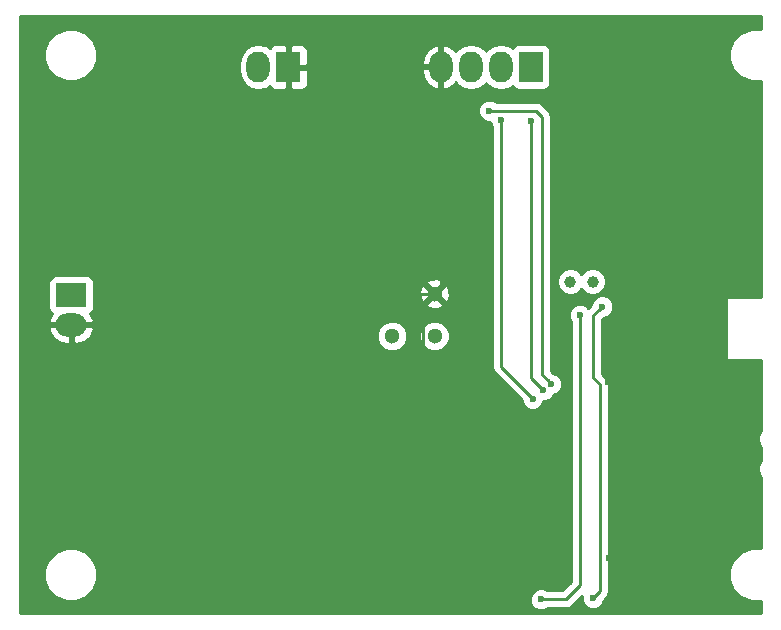
<source format=gbl>
G04 #@! TF.FileFunction,Copper,L2,Bot,Signal*
%FSLAX46Y46*%
G04 Gerber Fmt 4.6, Leading zero omitted, Abs format (unit mm)*
G04 Created by KiCad (PCBNEW 4.0.7) date 12/08/17 15:57:13*
%MOMM*%
%LPD*%
G01*
G04 APERTURE LIST*
%ADD10C,0.100000*%
%ADD11R,2.600000X2.000000*%
%ADD12O,2.600000X2.000000*%
%ADD13R,2.000000X2.600000*%
%ADD14O,2.000000X2.600000*%
%ADD15C,1.300000*%
%ADD16C,1.000000*%
%ADD17C,0.600000*%
%ADD18C,0.250000*%
%ADD19C,0.254000*%
G04 APERTURE END LIST*
D10*
D11*
X134040000Y-90320000D03*
D12*
X134040000Y-92860000D03*
D13*
X172960000Y-71010000D03*
D14*
X170420000Y-71010000D03*
X167880000Y-71010000D03*
X165340000Y-71010000D03*
D13*
X152420000Y-71030000D03*
D14*
X149880000Y-71030000D03*
D15*
X161204000Y-93796000D03*
X164796000Y-90204000D03*
X164796000Y-93796000D03*
D16*
X176290000Y-89190000D03*
X178190000Y-89190000D03*
D17*
X163250000Y-110440000D03*
X188500000Y-89500000D03*
X191200000Y-89800000D03*
X192000000Y-89800000D03*
X192000000Y-89000000D03*
X191200000Y-89000000D03*
X179490000Y-97650000D03*
X180790000Y-97650000D03*
X192290000Y-99290000D03*
X192300000Y-84900000D03*
X191200000Y-85800000D03*
X186500000Y-89500000D03*
X183000000Y-95000000D03*
X186500000Y-95000000D03*
X188500000Y-92000000D03*
X184500000Y-92000000D03*
X183000000Y-89500000D03*
X161600000Y-86500000D03*
X179780000Y-86530000D03*
X180750000Y-86530000D03*
X192290000Y-98360000D03*
X142450000Y-93950000D03*
X168420000Y-106300000D03*
X164100000Y-104190000D03*
X173700000Y-111310000D03*
X179600000Y-112600000D03*
X192300000Y-85800000D03*
X169500000Y-92790000D03*
X179490000Y-96200000D03*
X181000000Y-106300000D03*
X181600000Y-79500000D03*
X185800000Y-79600000D03*
X177100000Y-92000000D03*
X173800000Y-116090000D03*
X179000000Y-91300000D03*
X178200000Y-116000000D03*
X172950000Y-75620000D03*
X174000000Y-98400000D03*
X170420000Y-75530000D03*
X173100000Y-99100000D03*
X169440000Y-74720000D03*
X174680000Y-97850000D03*
D18*
X181000000Y-106300000D02*
X180550000Y-105850000D01*
X180550000Y-105850000D02*
X180550000Y-100770000D01*
X180550000Y-100770000D02*
X181920000Y-99400000D01*
X180790000Y-97650000D02*
X180790000Y-98270000D01*
X190825736Y-99400000D02*
X191865736Y-98360000D01*
X180790000Y-98270000D02*
X181920000Y-99400000D01*
X181920000Y-99400000D02*
X190825736Y-99400000D01*
X191865736Y-98360000D02*
X192290000Y-98360000D01*
X163820999Y-91179001D02*
X163820999Y-103486735D01*
X165320000Y-89680000D02*
X164796000Y-90204000D01*
X179600000Y-112600000D02*
X180290000Y-112600000D01*
X180290000Y-112600000D02*
X181000000Y-111890000D01*
X181000000Y-111890000D02*
X181000000Y-106300000D01*
X164250000Y-110260000D02*
X164250000Y-109340000D01*
X164250000Y-109340000D02*
X165600000Y-107990000D01*
X164070000Y-110440000D02*
X164250000Y-110260000D01*
X163250000Y-110440000D02*
X164070000Y-110440000D01*
X188500000Y-89500000D02*
X189800000Y-89500000D01*
X186500000Y-89500000D02*
X188500000Y-89500000D01*
X191200000Y-89800000D02*
X191200000Y-89000000D01*
X192000000Y-89800000D02*
X191200000Y-89800000D01*
X192000000Y-89000000D02*
X192000000Y-89800000D01*
X191200000Y-89000000D02*
X192000000Y-89000000D01*
X191200000Y-88100000D02*
X191200000Y-89000000D01*
X179490000Y-97650000D02*
X179490000Y-96200000D01*
X180790000Y-97650000D02*
X179490000Y-97650000D01*
X192290000Y-98360000D02*
X192290000Y-99290000D01*
X191800000Y-85290000D02*
X191910000Y-85290000D01*
X191910000Y-85290000D02*
X192300000Y-84900000D01*
X192000001Y-85490001D02*
X191800000Y-85290000D01*
X191800000Y-85290000D02*
X190790000Y-84280000D01*
X191710000Y-85290000D02*
X191800000Y-85290000D01*
X191200000Y-85800000D02*
X191710000Y-85290000D01*
X189800000Y-89500000D02*
X191200000Y-88100000D01*
X191200000Y-88100000D02*
X191200000Y-85800000D01*
X183000000Y-89500000D02*
X186500000Y-89500000D01*
X188500000Y-92000000D02*
X188500000Y-91500000D01*
X188500000Y-91500000D02*
X186500000Y-89500000D01*
X183000000Y-95000000D02*
X183000000Y-93500000D01*
X183000000Y-93500000D02*
X184500000Y-92000000D01*
X186500000Y-95000000D02*
X183000000Y-95000000D01*
X188500000Y-92000000D02*
X188500000Y-93000000D01*
X188500000Y-93000000D02*
X186500000Y-95000000D01*
X184500000Y-92000000D02*
X188500000Y-92000000D01*
X183000000Y-89500000D02*
X183000000Y-90500000D01*
X183000000Y-90500000D02*
X184500000Y-92000000D01*
X180750000Y-86530000D02*
X180750000Y-87250000D01*
X180750000Y-87250000D02*
X183000000Y-89500000D01*
X164796000Y-90204000D02*
X163820999Y-91179001D01*
X163820999Y-103486735D02*
X164100000Y-103765736D01*
X164100000Y-103765736D02*
X164100000Y-104190000D01*
X142450000Y-93950000D02*
X146196000Y-90204000D01*
X146196000Y-90204000D02*
X164796000Y-90204000D01*
X165320000Y-71030000D02*
X165320000Y-89680000D01*
X152420000Y-71030000D02*
X165320000Y-71030000D01*
X164796000Y-90204000D02*
X161600000Y-87008000D01*
X161600000Y-87008000D02*
X161600000Y-86500000D01*
X179780000Y-86530000D02*
X179480001Y-86230001D01*
X179480001Y-86230001D02*
X179480001Y-81619999D01*
X179480001Y-81619999D02*
X181300001Y-79799999D01*
X181300001Y-79799999D02*
X181600000Y-79500000D01*
X179780000Y-86530000D02*
X180750000Y-86530000D01*
X166320000Y-104200000D02*
X168420000Y-106300000D01*
X166320000Y-104190000D02*
X164100000Y-104190000D01*
X135150000Y-95220000D02*
X141530000Y-95220000D01*
X142450000Y-93950000D02*
X142450000Y-94374264D01*
X142450000Y-94374264D02*
X141604264Y-95220000D01*
X141604264Y-95220000D02*
X141530000Y-95220000D01*
X134040000Y-92860000D02*
X134040000Y-94110000D01*
X134040000Y-94110000D02*
X135150000Y-95220000D01*
X165600000Y-107990000D02*
X164100000Y-106490000D01*
X164100000Y-106490000D02*
X164100000Y-104190000D01*
X172520000Y-107990000D02*
X165600000Y-107990000D01*
X172860000Y-108330000D02*
X172520000Y-107990000D01*
X172860000Y-110045736D02*
X172860000Y-108330000D01*
X173700000Y-111310000D02*
X173700000Y-110885736D01*
X173700000Y-110885736D02*
X172860000Y-110045736D01*
X190790000Y-78860000D02*
X186540000Y-78860000D01*
X186540000Y-78860000D02*
X185800000Y-79600000D01*
X190790000Y-84280000D02*
X190790000Y-78860000D01*
X192300000Y-85800000D02*
X192000001Y-85500001D01*
X192000001Y-85500001D02*
X192000001Y-85490001D01*
X173800000Y-116090000D02*
X175910000Y-116090000D01*
X175910000Y-116090000D02*
X177100000Y-114900000D01*
X177100000Y-114900000D02*
X177100000Y-97480000D01*
X177100000Y-97480000D02*
X177100000Y-92025001D01*
X178200000Y-116000000D02*
X178800000Y-115400000D01*
X178800000Y-115400000D02*
X178800000Y-97885004D01*
X178800000Y-97885004D02*
X178250000Y-97335004D01*
X178250000Y-97335004D02*
X178250000Y-92050000D01*
X178250000Y-92050000D02*
X178700001Y-91599999D01*
X178700001Y-91599999D02*
X179000000Y-91300000D01*
X174000000Y-98400000D02*
X172960000Y-97360000D01*
X172950000Y-75660000D02*
X172950000Y-97350000D01*
X172950000Y-97350000D02*
X172960000Y-97360000D01*
X170420000Y-96420000D02*
X170420000Y-75530000D01*
X170500000Y-96500000D02*
X170420000Y-96420000D01*
X173100000Y-99100000D02*
X170500000Y-96500000D01*
X173900000Y-97060000D02*
X173900000Y-75220000D01*
X169440000Y-74720000D02*
X173400000Y-74720000D01*
X173400000Y-74720000D02*
X173900000Y-75220000D01*
X174680000Y-97850000D02*
X174380001Y-97550001D01*
X174380001Y-97550001D02*
X174380001Y-97540001D01*
X174380001Y-97540001D02*
X173900000Y-97060000D01*
D19*
G36*
X192473000Y-67776385D02*
X192446519Y-67765389D01*
X191557381Y-67764613D01*
X190735628Y-68104155D01*
X190106364Y-68732321D01*
X189765389Y-69553481D01*
X189764613Y-70442619D01*
X190104155Y-71264372D01*
X190732321Y-71893636D01*
X191553481Y-72234611D01*
X192442619Y-72235387D01*
X192473000Y-72222834D01*
X192473000Y-90473000D01*
X189600000Y-90473000D01*
X189553841Y-90481685D01*
X189511447Y-90508965D01*
X189483006Y-90550590D01*
X189473000Y-90600000D01*
X189473000Y-95700000D01*
X189481685Y-95746159D01*
X189508965Y-95788553D01*
X189550590Y-95816994D01*
X189600000Y-95827000D01*
X192473000Y-95827000D01*
X192473000Y-101813209D01*
X192373081Y-101912954D01*
X192215180Y-102293223D01*
X192214821Y-102704971D01*
X192372058Y-103085515D01*
X192473000Y-103186633D01*
X192473000Y-104353209D01*
X192373081Y-104452954D01*
X192215180Y-104833223D01*
X192214821Y-105244971D01*
X192372058Y-105625515D01*
X192473000Y-105726633D01*
X192473000Y-111776385D01*
X192446519Y-111765389D01*
X191557381Y-111764613D01*
X190735628Y-112104155D01*
X190106364Y-112732321D01*
X189765389Y-113553481D01*
X189764613Y-114442619D01*
X190104155Y-115264372D01*
X190732321Y-115893636D01*
X191553481Y-116234611D01*
X192442619Y-116235387D01*
X192473000Y-116222834D01*
X192473000Y-117290000D01*
X129710000Y-117290000D01*
X129710000Y-116275167D01*
X172864838Y-116275167D01*
X173006883Y-116618943D01*
X173269673Y-116882192D01*
X173613201Y-117024838D01*
X173985167Y-117025162D01*
X174328943Y-116883117D01*
X174362118Y-116850000D01*
X175910000Y-116850000D01*
X176200839Y-116792148D01*
X176447401Y-116627401D01*
X177267691Y-115807111D01*
X177265162Y-115813201D01*
X177264838Y-116185167D01*
X177406883Y-116528943D01*
X177669673Y-116792192D01*
X178013201Y-116934838D01*
X178385167Y-116935162D01*
X178728943Y-116793117D01*
X178992192Y-116530327D01*
X179134838Y-116186799D01*
X179134879Y-116139923D01*
X179337401Y-115937401D01*
X179502148Y-115690839D01*
X179560000Y-115400000D01*
X179560000Y-97885004D01*
X179502148Y-97594165D01*
X179502148Y-97594164D01*
X179337401Y-97347603D01*
X179010000Y-97020202D01*
X179010000Y-92364802D01*
X179139680Y-92235122D01*
X179185167Y-92235162D01*
X179528943Y-92093117D01*
X179792192Y-91830327D01*
X179934838Y-91486799D01*
X179935162Y-91114833D01*
X179793117Y-90771057D01*
X179530327Y-90507808D01*
X179186799Y-90365162D01*
X178814833Y-90364838D01*
X178471057Y-90506883D01*
X178207808Y-90769673D01*
X178065162Y-91113201D01*
X178065121Y-91160077D01*
X177823690Y-91401508D01*
X177630327Y-91207808D01*
X177286799Y-91065162D01*
X176914833Y-91064838D01*
X176571057Y-91206883D01*
X176307808Y-91469673D01*
X176165162Y-91813201D01*
X176164838Y-92185167D01*
X176306883Y-92528943D01*
X176340000Y-92562118D01*
X176340000Y-114585198D01*
X175595198Y-115330000D01*
X174362463Y-115330000D01*
X174330327Y-115297808D01*
X173986799Y-115155162D01*
X173614833Y-115154838D01*
X173271057Y-115296883D01*
X173007808Y-115559673D01*
X172865162Y-115903201D01*
X172864838Y-116275167D01*
X129710000Y-116275167D01*
X129710000Y-114442619D01*
X131764613Y-114442619D01*
X132104155Y-115264372D01*
X132732321Y-115893636D01*
X133553481Y-116234611D01*
X134442619Y-116235387D01*
X135264372Y-115895845D01*
X135893636Y-115267679D01*
X136234611Y-114446519D01*
X136235387Y-113557381D01*
X135895845Y-112735628D01*
X135267679Y-112106364D01*
X134446519Y-111765389D01*
X133557381Y-111764613D01*
X132735628Y-112104155D01*
X132106364Y-112732321D01*
X131765389Y-113553481D01*
X131764613Y-114442619D01*
X129710000Y-114442619D01*
X129710000Y-93240434D01*
X132149876Y-93240434D01*
X132180856Y-93368355D01*
X132494078Y-93926317D01*
X132996980Y-94321942D01*
X133613000Y-94495000D01*
X133913000Y-94495000D01*
X133913000Y-92987000D01*
X134167000Y-92987000D01*
X134167000Y-94495000D01*
X134467000Y-94495000D01*
X135083020Y-94321942D01*
X135428089Y-94050481D01*
X159918777Y-94050481D01*
X160113995Y-94522943D01*
X160475155Y-94884735D01*
X160947276Y-95080777D01*
X161458481Y-95081223D01*
X161930943Y-94886005D01*
X162292735Y-94524845D01*
X162488777Y-94052724D01*
X162488778Y-94050481D01*
X163510777Y-94050481D01*
X163705995Y-94522943D01*
X164067155Y-94884735D01*
X164539276Y-95080777D01*
X165050481Y-95081223D01*
X165522943Y-94886005D01*
X165884735Y-94524845D01*
X166080777Y-94052724D01*
X166081223Y-93541519D01*
X165886005Y-93069057D01*
X165524845Y-92707265D01*
X165052724Y-92511223D01*
X164541519Y-92510777D01*
X164069057Y-92705995D01*
X163707265Y-93067155D01*
X163511223Y-93539276D01*
X163510777Y-94050481D01*
X162488778Y-94050481D01*
X162489223Y-93541519D01*
X162294005Y-93069057D01*
X161932845Y-92707265D01*
X161460724Y-92511223D01*
X160949519Y-92510777D01*
X160477057Y-92705995D01*
X160115265Y-93067155D01*
X159919223Y-93539276D01*
X159918777Y-94050481D01*
X135428089Y-94050481D01*
X135585922Y-93926317D01*
X135899144Y-93368355D01*
X135930124Y-93240434D01*
X135810777Y-92987000D01*
X134167000Y-92987000D01*
X133913000Y-92987000D01*
X132269223Y-92987000D01*
X132149876Y-93240434D01*
X129710000Y-93240434D01*
X129710000Y-89320000D01*
X132092560Y-89320000D01*
X132092560Y-91320000D01*
X132136838Y-91555317D01*
X132275910Y-91771441D01*
X132442620Y-91885349D01*
X132180856Y-92351645D01*
X132149876Y-92479566D01*
X132269223Y-92733000D01*
X133913000Y-92733000D01*
X133913000Y-92713000D01*
X134167000Y-92713000D01*
X134167000Y-92733000D01*
X135810777Y-92733000D01*
X135930124Y-92479566D01*
X135899144Y-92351645D01*
X135636505Y-91883789D01*
X135791441Y-91784090D01*
X135936431Y-91571890D01*
X135987440Y-91320000D01*
X135987440Y-91103016D01*
X164076590Y-91103016D01*
X164132271Y-91333611D01*
X164615078Y-91501622D01*
X165125428Y-91472083D01*
X165459729Y-91333611D01*
X165515410Y-91103016D01*
X164796000Y-90383605D01*
X164076590Y-91103016D01*
X135987440Y-91103016D01*
X135987440Y-90023078D01*
X163498378Y-90023078D01*
X163527917Y-90533428D01*
X163666389Y-90867729D01*
X163896984Y-90923410D01*
X164616395Y-90204000D01*
X164975605Y-90204000D01*
X165695016Y-90923410D01*
X165925611Y-90867729D01*
X166093622Y-90384922D01*
X166064083Y-89874572D01*
X165925611Y-89540271D01*
X165695016Y-89484590D01*
X164975605Y-90204000D01*
X164616395Y-90204000D01*
X163896984Y-89484590D01*
X163666389Y-89540271D01*
X163498378Y-90023078D01*
X135987440Y-90023078D01*
X135987440Y-89320000D01*
X135984615Y-89304984D01*
X164076590Y-89304984D01*
X164796000Y-90024395D01*
X165515410Y-89304984D01*
X165459729Y-89074389D01*
X164976922Y-88906378D01*
X164466572Y-88935917D01*
X164132271Y-89074389D01*
X164076590Y-89304984D01*
X135984615Y-89304984D01*
X135943162Y-89084683D01*
X135804090Y-88868559D01*
X135591890Y-88723569D01*
X135340000Y-88672560D01*
X132740000Y-88672560D01*
X132504683Y-88716838D01*
X132288559Y-88855910D01*
X132143569Y-89068110D01*
X132092560Y-89320000D01*
X129710000Y-89320000D01*
X129710000Y-74905167D01*
X168504838Y-74905167D01*
X168646883Y-75248943D01*
X168909673Y-75512192D01*
X169253201Y-75654838D01*
X169484890Y-75655040D01*
X169484838Y-75715167D01*
X169626883Y-76058943D01*
X169660000Y-76092118D01*
X169660000Y-96420000D01*
X169717852Y-96710839D01*
X169882599Y-96957401D01*
X172164878Y-99239680D01*
X172164838Y-99285167D01*
X172306883Y-99628943D01*
X172569673Y-99892192D01*
X172913201Y-100034838D01*
X173285167Y-100035162D01*
X173628943Y-99893117D01*
X173892192Y-99630327D01*
X174014817Y-99335014D01*
X174185167Y-99335162D01*
X174528943Y-99193117D01*
X174792192Y-98930327D01*
X174852475Y-98785151D01*
X174865167Y-98785162D01*
X175208943Y-98643117D01*
X175472192Y-98380327D01*
X175614838Y-98036799D01*
X175615162Y-97664833D01*
X175473117Y-97321057D01*
X175210327Y-97057808D01*
X174866799Y-96915162D01*
X174829932Y-96915130D01*
X174660000Y-96745198D01*
X174660000Y-89414775D01*
X175154803Y-89414775D01*
X175327233Y-89832086D01*
X175646235Y-90151645D01*
X176063244Y-90324803D01*
X176514775Y-90325197D01*
X176932086Y-90152767D01*
X177240257Y-89845133D01*
X177546235Y-90151645D01*
X177963244Y-90324803D01*
X178414775Y-90325197D01*
X178832086Y-90152767D01*
X179151645Y-89833765D01*
X179324803Y-89416756D01*
X179325197Y-88965225D01*
X179152767Y-88547914D01*
X178833765Y-88228355D01*
X178416756Y-88055197D01*
X177965225Y-88054803D01*
X177547914Y-88227233D01*
X177239743Y-88534867D01*
X176933765Y-88228355D01*
X176516756Y-88055197D01*
X176065225Y-88054803D01*
X175647914Y-88227233D01*
X175328355Y-88546235D01*
X175155197Y-88963244D01*
X175154803Y-89414775D01*
X174660000Y-89414775D01*
X174660000Y-75220000D01*
X174602148Y-74929161D01*
X174437401Y-74682599D01*
X173937401Y-74182599D01*
X173690839Y-74017852D01*
X173400000Y-73960000D01*
X170002463Y-73960000D01*
X169970327Y-73927808D01*
X169626799Y-73785162D01*
X169254833Y-73784838D01*
X168911057Y-73926883D01*
X168647808Y-74189673D01*
X168505162Y-74533201D01*
X168504838Y-74905167D01*
X129710000Y-74905167D01*
X129710000Y-70442619D01*
X131764613Y-70442619D01*
X132104155Y-71264372D01*
X132732321Y-71893636D01*
X133553481Y-72234611D01*
X134442619Y-72235387D01*
X135264372Y-71895845D01*
X135893636Y-71267679D01*
X136132640Y-70692091D01*
X148245000Y-70692091D01*
X148245000Y-71367909D01*
X148369457Y-71993596D01*
X148723880Y-72524029D01*
X149254313Y-72878452D01*
X149880000Y-73002909D01*
X150505687Y-72878452D01*
X150861406Y-72640769D01*
X150881673Y-72689699D01*
X151060302Y-72868327D01*
X151293691Y-72965000D01*
X152134250Y-72965000D01*
X152293000Y-72806250D01*
X152293000Y-71157000D01*
X152547000Y-71157000D01*
X152547000Y-72806250D01*
X152705750Y-72965000D01*
X153546309Y-72965000D01*
X153779698Y-72868327D01*
X153958327Y-72689699D01*
X154055000Y-72456310D01*
X154055000Y-71315750D01*
X153896250Y-71157000D01*
X152547000Y-71157000D01*
X152293000Y-71157000D01*
X152273000Y-71157000D01*
X152273000Y-71137000D01*
X163705000Y-71137000D01*
X163705000Y-71437000D01*
X163878058Y-72053020D01*
X164273683Y-72555922D01*
X164831645Y-72869144D01*
X164959566Y-72900124D01*
X165213000Y-72780777D01*
X165213000Y-71137000D01*
X163705000Y-71137000D01*
X152273000Y-71137000D01*
X152273000Y-70903000D01*
X152293000Y-70903000D01*
X152293000Y-69253750D01*
X152547000Y-69253750D01*
X152547000Y-70903000D01*
X153896250Y-70903000D01*
X154055000Y-70744250D01*
X154055000Y-70583000D01*
X163705000Y-70583000D01*
X163705000Y-70883000D01*
X165213000Y-70883000D01*
X165213000Y-69239223D01*
X165467000Y-69239223D01*
X165467000Y-70883000D01*
X165487000Y-70883000D01*
X165487000Y-71137000D01*
X165467000Y-71137000D01*
X165467000Y-72780777D01*
X165720434Y-72900124D01*
X165848355Y-72869144D01*
X166406317Y-72555922D01*
X166596781Y-72313812D01*
X166723880Y-72504029D01*
X167254313Y-72858452D01*
X167880000Y-72982909D01*
X168505687Y-72858452D01*
X169036120Y-72504029D01*
X169150000Y-72333595D01*
X169263880Y-72504029D01*
X169794313Y-72858452D01*
X170420000Y-72982909D01*
X171045687Y-72858452D01*
X171404192Y-72618907D01*
X171495910Y-72761441D01*
X171708110Y-72906431D01*
X171960000Y-72957440D01*
X173960000Y-72957440D01*
X174195317Y-72913162D01*
X174411441Y-72774090D01*
X174556431Y-72561890D01*
X174607440Y-72310000D01*
X174607440Y-69710000D01*
X174563162Y-69474683D01*
X174424090Y-69258559D01*
X174211890Y-69113569D01*
X173960000Y-69062560D01*
X171960000Y-69062560D01*
X171724683Y-69106838D01*
X171508559Y-69245910D01*
X171403049Y-69400329D01*
X171045687Y-69161548D01*
X170420000Y-69037091D01*
X169794313Y-69161548D01*
X169263880Y-69515971D01*
X169150000Y-69686405D01*
X169036120Y-69515971D01*
X168505687Y-69161548D01*
X167880000Y-69037091D01*
X167254313Y-69161548D01*
X166723880Y-69515971D01*
X166596781Y-69706188D01*
X166406317Y-69464078D01*
X165848355Y-69150856D01*
X165720434Y-69119876D01*
X165467000Y-69239223D01*
X165213000Y-69239223D01*
X164959566Y-69119876D01*
X164831645Y-69150856D01*
X164273683Y-69464078D01*
X163878058Y-69966980D01*
X163705000Y-70583000D01*
X154055000Y-70583000D01*
X154055000Y-69603690D01*
X153958327Y-69370301D01*
X153779698Y-69191673D01*
X153546309Y-69095000D01*
X152705750Y-69095000D01*
X152547000Y-69253750D01*
X152293000Y-69253750D01*
X152134250Y-69095000D01*
X151293691Y-69095000D01*
X151060302Y-69191673D01*
X150881673Y-69370301D01*
X150861406Y-69419231D01*
X150505687Y-69181548D01*
X149880000Y-69057091D01*
X149254313Y-69181548D01*
X148723880Y-69535971D01*
X148369457Y-70066404D01*
X148245000Y-70692091D01*
X136132640Y-70692091D01*
X136234611Y-70446519D01*
X136235387Y-69557381D01*
X135895845Y-68735628D01*
X135267679Y-68106364D01*
X134446519Y-67765389D01*
X133557381Y-67764613D01*
X132735628Y-68104155D01*
X132106364Y-68732321D01*
X131765389Y-69553481D01*
X131764613Y-70442619D01*
X129710000Y-70442619D01*
X129710000Y-66710000D01*
X192473000Y-66710000D01*
X192473000Y-67776385D01*
X192473000Y-67776385D01*
G37*
X192473000Y-67776385D02*
X192446519Y-67765389D01*
X191557381Y-67764613D01*
X190735628Y-68104155D01*
X190106364Y-68732321D01*
X189765389Y-69553481D01*
X189764613Y-70442619D01*
X190104155Y-71264372D01*
X190732321Y-71893636D01*
X191553481Y-72234611D01*
X192442619Y-72235387D01*
X192473000Y-72222834D01*
X192473000Y-90473000D01*
X189600000Y-90473000D01*
X189553841Y-90481685D01*
X189511447Y-90508965D01*
X189483006Y-90550590D01*
X189473000Y-90600000D01*
X189473000Y-95700000D01*
X189481685Y-95746159D01*
X189508965Y-95788553D01*
X189550590Y-95816994D01*
X189600000Y-95827000D01*
X192473000Y-95827000D01*
X192473000Y-101813209D01*
X192373081Y-101912954D01*
X192215180Y-102293223D01*
X192214821Y-102704971D01*
X192372058Y-103085515D01*
X192473000Y-103186633D01*
X192473000Y-104353209D01*
X192373081Y-104452954D01*
X192215180Y-104833223D01*
X192214821Y-105244971D01*
X192372058Y-105625515D01*
X192473000Y-105726633D01*
X192473000Y-111776385D01*
X192446519Y-111765389D01*
X191557381Y-111764613D01*
X190735628Y-112104155D01*
X190106364Y-112732321D01*
X189765389Y-113553481D01*
X189764613Y-114442619D01*
X190104155Y-115264372D01*
X190732321Y-115893636D01*
X191553481Y-116234611D01*
X192442619Y-116235387D01*
X192473000Y-116222834D01*
X192473000Y-117290000D01*
X129710000Y-117290000D01*
X129710000Y-116275167D01*
X172864838Y-116275167D01*
X173006883Y-116618943D01*
X173269673Y-116882192D01*
X173613201Y-117024838D01*
X173985167Y-117025162D01*
X174328943Y-116883117D01*
X174362118Y-116850000D01*
X175910000Y-116850000D01*
X176200839Y-116792148D01*
X176447401Y-116627401D01*
X177267691Y-115807111D01*
X177265162Y-115813201D01*
X177264838Y-116185167D01*
X177406883Y-116528943D01*
X177669673Y-116792192D01*
X178013201Y-116934838D01*
X178385167Y-116935162D01*
X178728943Y-116793117D01*
X178992192Y-116530327D01*
X179134838Y-116186799D01*
X179134879Y-116139923D01*
X179337401Y-115937401D01*
X179502148Y-115690839D01*
X179560000Y-115400000D01*
X179560000Y-97885004D01*
X179502148Y-97594165D01*
X179502148Y-97594164D01*
X179337401Y-97347603D01*
X179010000Y-97020202D01*
X179010000Y-92364802D01*
X179139680Y-92235122D01*
X179185167Y-92235162D01*
X179528943Y-92093117D01*
X179792192Y-91830327D01*
X179934838Y-91486799D01*
X179935162Y-91114833D01*
X179793117Y-90771057D01*
X179530327Y-90507808D01*
X179186799Y-90365162D01*
X178814833Y-90364838D01*
X178471057Y-90506883D01*
X178207808Y-90769673D01*
X178065162Y-91113201D01*
X178065121Y-91160077D01*
X177823690Y-91401508D01*
X177630327Y-91207808D01*
X177286799Y-91065162D01*
X176914833Y-91064838D01*
X176571057Y-91206883D01*
X176307808Y-91469673D01*
X176165162Y-91813201D01*
X176164838Y-92185167D01*
X176306883Y-92528943D01*
X176340000Y-92562118D01*
X176340000Y-114585198D01*
X175595198Y-115330000D01*
X174362463Y-115330000D01*
X174330327Y-115297808D01*
X173986799Y-115155162D01*
X173614833Y-115154838D01*
X173271057Y-115296883D01*
X173007808Y-115559673D01*
X172865162Y-115903201D01*
X172864838Y-116275167D01*
X129710000Y-116275167D01*
X129710000Y-114442619D01*
X131764613Y-114442619D01*
X132104155Y-115264372D01*
X132732321Y-115893636D01*
X133553481Y-116234611D01*
X134442619Y-116235387D01*
X135264372Y-115895845D01*
X135893636Y-115267679D01*
X136234611Y-114446519D01*
X136235387Y-113557381D01*
X135895845Y-112735628D01*
X135267679Y-112106364D01*
X134446519Y-111765389D01*
X133557381Y-111764613D01*
X132735628Y-112104155D01*
X132106364Y-112732321D01*
X131765389Y-113553481D01*
X131764613Y-114442619D01*
X129710000Y-114442619D01*
X129710000Y-93240434D01*
X132149876Y-93240434D01*
X132180856Y-93368355D01*
X132494078Y-93926317D01*
X132996980Y-94321942D01*
X133613000Y-94495000D01*
X133913000Y-94495000D01*
X133913000Y-92987000D01*
X134167000Y-92987000D01*
X134167000Y-94495000D01*
X134467000Y-94495000D01*
X135083020Y-94321942D01*
X135428089Y-94050481D01*
X159918777Y-94050481D01*
X160113995Y-94522943D01*
X160475155Y-94884735D01*
X160947276Y-95080777D01*
X161458481Y-95081223D01*
X161930943Y-94886005D01*
X162292735Y-94524845D01*
X162488777Y-94052724D01*
X162488778Y-94050481D01*
X163510777Y-94050481D01*
X163705995Y-94522943D01*
X164067155Y-94884735D01*
X164539276Y-95080777D01*
X165050481Y-95081223D01*
X165522943Y-94886005D01*
X165884735Y-94524845D01*
X166080777Y-94052724D01*
X166081223Y-93541519D01*
X165886005Y-93069057D01*
X165524845Y-92707265D01*
X165052724Y-92511223D01*
X164541519Y-92510777D01*
X164069057Y-92705995D01*
X163707265Y-93067155D01*
X163511223Y-93539276D01*
X163510777Y-94050481D01*
X162488778Y-94050481D01*
X162489223Y-93541519D01*
X162294005Y-93069057D01*
X161932845Y-92707265D01*
X161460724Y-92511223D01*
X160949519Y-92510777D01*
X160477057Y-92705995D01*
X160115265Y-93067155D01*
X159919223Y-93539276D01*
X159918777Y-94050481D01*
X135428089Y-94050481D01*
X135585922Y-93926317D01*
X135899144Y-93368355D01*
X135930124Y-93240434D01*
X135810777Y-92987000D01*
X134167000Y-92987000D01*
X133913000Y-92987000D01*
X132269223Y-92987000D01*
X132149876Y-93240434D01*
X129710000Y-93240434D01*
X129710000Y-89320000D01*
X132092560Y-89320000D01*
X132092560Y-91320000D01*
X132136838Y-91555317D01*
X132275910Y-91771441D01*
X132442620Y-91885349D01*
X132180856Y-92351645D01*
X132149876Y-92479566D01*
X132269223Y-92733000D01*
X133913000Y-92733000D01*
X133913000Y-92713000D01*
X134167000Y-92713000D01*
X134167000Y-92733000D01*
X135810777Y-92733000D01*
X135930124Y-92479566D01*
X135899144Y-92351645D01*
X135636505Y-91883789D01*
X135791441Y-91784090D01*
X135936431Y-91571890D01*
X135987440Y-91320000D01*
X135987440Y-91103016D01*
X164076590Y-91103016D01*
X164132271Y-91333611D01*
X164615078Y-91501622D01*
X165125428Y-91472083D01*
X165459729Y-91333611D01*
X165515410Y-91103016D01*
X164796000Y-90383605D01*
X164076590Y-91103016D01*
X135987440Y-91103016D01*
X135987440Y-90023078D01*
X163498378Y-90023078D01*
X163527917Y-90533428D01*
X163666389Y-90867729D01*
X163896984Y-90923410D01*
X164616395Y-90204000D01*
X164975605Y-90204000D01*
X165695016Y-90923410D01*
X165925611Y-90867729D01*
X166093622Y-90384922D01*
X166064083Y-89874572D01*
X165925611Y-89540271D01*
X165695016Y-89484590D01*
X164975605Y-90204000D01*
X164616395Y-90204000D01*
X163896984Y-89484590D01*
X163666389Y-89540271D01*
X163498378Y-90023078D01*
X135987440Y-90023078D01*
X135987440Y-89320000D01*
X135984615Y-89304984D01*
X164076590Y-89304984D01*
X164796000Y-90024395D01*
X165515410Y-89304984D01*
X165459729Y-89074389D01*
X164976922Y-88906378D01*
X164466572Y-88935917D01*
X164132271Y-89074389D01*
X164076590Y-89304984D01*
X135984615Y-89304984D01*
X135943162Y-89084683D01*
X135804090Y-88868559D01*
X135591890Y-88723569D01*
X135340000Y-88672560D01*
X132740000Y-88672560D01*
X132504683Y-88716838D01*
X132288559Y-88855910D01*
X132143569Y-89068110D01*
X132092560Y-89320000D01*
X129710000Y-89320000D01*
X129710000Y-74905167D01*
X168504838Y-74905167D01*
X168646883Y-75248943D01*
X168909673Y-75512192D01*
X169253201Y-75654838D01*
X169484890Y-75655040D01*
X169484838Y-75715167D01*
X169626883Y-76058943D01*
X169660000Y-76092118D01*
X169660000Y-96420000D01*
X169717852Y-96710839D01*
X169882599Y-96957401D01*
X172164878Y-99239680D01*
X172164838Y-99285167D01*
X172306883Y-99628943D01*
X172569673Y-99892192D01*
X172913201Y-100034838D01*
X173285167Y-100035162D01*
X173628943Y-99893117D01*
X173892192Y-99630327D01*
X174014817Y-99335014D01*
X174185167Y-99335162D01*
X174528943Y-99193117D01*
X174792192Y-98930327D01*
X174852475Y-98785151D01*
X174865167Y-98785162D01*
X175208943Y-98643117D01*
X175472192Y-98380327D01*
X175614838Y-98036799D01*
X175615162Y-97664833D01*
X175473117Y-97321057D01*
X175210327Y-97057808D01*
X174866799Y-96915162D01*
X174829932Y-96915130D01*
X174660000Y-96745198D01*
X174660000Y-89414775D01*
X175154803Y-89414775D01*
X175327233Y-89832086D01*
X175646235Y-90151645D01*
X176063244Y-90324803D01*
X176514775Y-90325197D01*
X176932086Y-90152767D01*
X177240257Y-89845133D01*
X177546235Y-90151645D01*
X177963244Y-90324803D01*
X178414775Y-90325197D01*
X178832086Y-90152767D01*
X179151645Y-89833765D01*
X179324803Y-89416756D01*
X179325197Y-88965225D01*
X179152767Y-88547914D01*
X178833765Y-88228355D01*
X178416756Y-88055197D01*
X177965225Y-88054803D01*
X177547914Y-88227233D01*
X177239743Y-88534867D01*
X176933765Y-88228355D01*
X176516756Y-88055197D01*
X176065225Y-88054803D01*
X175647914Y-88227233D01*
X175328355Y-88546235D01*
X175155197Y-88963244D01*
X175154803Y-89414775D01*
X174660000Y-89414775D01*
X174660000Y-75220000D01*
X174602148Y-74929161D01*
X174437401Y-74682599D01*
X173937401Y-74182599D01*
X173690839Y-74017852D01*
X173400000Y-73960000D01*
X170002463Y-73960000D01*
X169970327Y-73927808D01*
X169626799Y-73785162D01*
X169254833Y-73784838D01*
X168911057Y-73926883D01*
X168647808Y-74189673D01*
X168505162Y-74533201D01*
X168504838Y-74905167D01*
X129710000Y-74905167D01*
X129710000Y-70442619D01*
X131764613Y-70442619D01*
X132104155Y-71264372D01*
X132732321Y-71893636D01*
X133553481Y-72234611D01*
X134442619Y-72235387D01*
X135264372Y-71895845D01*
X135893636Y-71267679D01*
X136132640Y-70692091D01*
X148245000Y-70692091D01*
X148245000Y-71367909D01*
X148369457Y-71993596D01*
X148723880Y-72524029D01*
X149254313Y-72878452D01*
X149880000Y-73002909D01*
X150505687Y-72878452D01*
X150861406Y-72640769D01*
X150881673Y-72689699D01*
X151060302Y-72868327D01*
X151293691Y-72965000D01*
X152134250Y-72965000D01*
X152293000Y-72806250D01*
X152293000Y-71157000D01*
X152547000Y-71157000D01*
X152547000Y-72806250D01*
X152705750Y-72965000D01*
X153546309Y-72965000D01*
X153779698Y-72868327D01*
X153958327Y-72689699D01*
X154055000Y-72456310D01*
X154055000Y-71315750D01*
X153896250Y-71157000D01*
X152547000Y-71157000D01*
X152293000Y-71157000D01*
X152273000Y-71157000D01*
X152273000Y-71137000D01*
X163705000Y-71137000D01*
X163705000Y-71437000D01*
X163878058Y-72053020D01*
X164273683Y-72555922D01*
X164831645Y-72869144D01*
X164959566Y-72900124D01*
X165213000Y-72780777D01*
X165213000Y-71137000D01*
X163705000Y-71137000D01*
X152273000Y-71137000D01*
X152273000Y-70903000D01*
X152293000Y-70903000D01*
X152293000Y-69253750D01*
X152547000Y-69253750D01*
X152547000Y-70903000D01*
X153896250Y-70903000D01*
X154055000Y-70744250D01*
X154055000Y-70583000D01*
X163705000Y-70583000D01*
X163705000Y-70883000D01*
X165213000Y-70883000D01*
X165213000Y-69239223D01*
X165467000Y-69239223D01*
X165467000Y-70883000D01*
X165487000Y-70883000D01*
X165487000Y-71137000D01*
X165467000Y-71137000D01*
X165467000Y-72780777D01*
X165720434Y-72900124D01*
X165848355Y-72869144D01*
X166406317Y-72555922D01*
X166596781Y-72313812D01*
X166723880Y-72504029D01*
X167254313Y-72858452D01*
X167880000Y-72982909D01*
X168505687Y-72858452D01*
X169036120Y-72504029D01*
X169150000Y-72333595D01*
X169263880Y-72504029D01*
X169794313Y-72858452D01*
X170420000Y-72982909D01*
X171045687Y-72858452D01*
X171404192Y-72618907D01*
X171495910Y-72761441D01*
X171708110Y-72906431D01*
X171960000Y-72957440D01*
X173960000Y-72957440D01*
X174195317Y-72913162D01*
X174411441Y-72774090D01*
X174556431Y-72561890D01*
X174607440Y-72310000D01*
X174607440Y-69710000D01*
X174563162Y-69474683D01*
X174424090Y-69258559D01*
X174211890Y-69113569D01*
X173960000Y-69062560D01*
X171960000Y-69062560D01*
X171724683Y-69106838D01*
X171508559Y-69245910D01*
X171403049Y-69400329D01*
X171045687Y-69161548D01*
X170420000Y-69037091D01*
X169794313Y-69161548D01*
X169263880Y-69515971D01*
X169150000Y-69686405D01*
X169036120Y-69515971D01*
X168505687Y-69161548D01*
X167880000Y-69037091D01*
X167254313Y-69161548D01*
X166723880Y-69515971D01*
X166596781Y-69706188D01*
X166406317Y-69464078D01*
X165848355Y-69150856D01*
X165720434Y-69119876D01*
X165467000Y-69239223D01*
X165213000Y-69239223D01*
X164959566Y-69119876D01*
X164831645Y-69150856D01*
X164273683Y-69464078D01*
X163878058Y-69966980D01*
X163705000Y-70583000D01*
X154055000Y-70583000D01*
X154055000Y-69603690D01*
X153958327Y-69370301D01*
X153779698Y-69191673D01*
X153546309Y-69095000D01*
X152705750Y-69095000D01*
X152547000Y-69253750D01*
X152293000Y-69253750D01*
X152134250Y-69095000D01*
X151293691Y-69095000D01*
X151060302Y-69191673D01*
X150881673Y-69370301D01*
X150861406Y-69419231D01*
X150505687Y-69181548D01*
X149880000Y-69057091D01*
X149254313Y-69181548D01*
X148723880Y-69535971D01*
X148369457Y-70066404D01*
X148245000Y-70692091D01*
X136132640Y-70692091D01*
X136234611Y-70446519D01*
X136235387Y-69557381D01*
X135895845Y-68735628D01*
X135267679Y-68106364D01*
X134446519Y-67765389D01*
X133557381Y-67764613D01*
X132735628Y-68104155D01*
X132106364Y-68732321D01*
X131765389Y-69553481D01*
X131764613Y-70442619D01*
X129710000Y-70442619D01*
X129710000Y-66710000D01*
X192473000Y-66710000D01*
X192473000Y-67776385D01*
M02*

</source>
